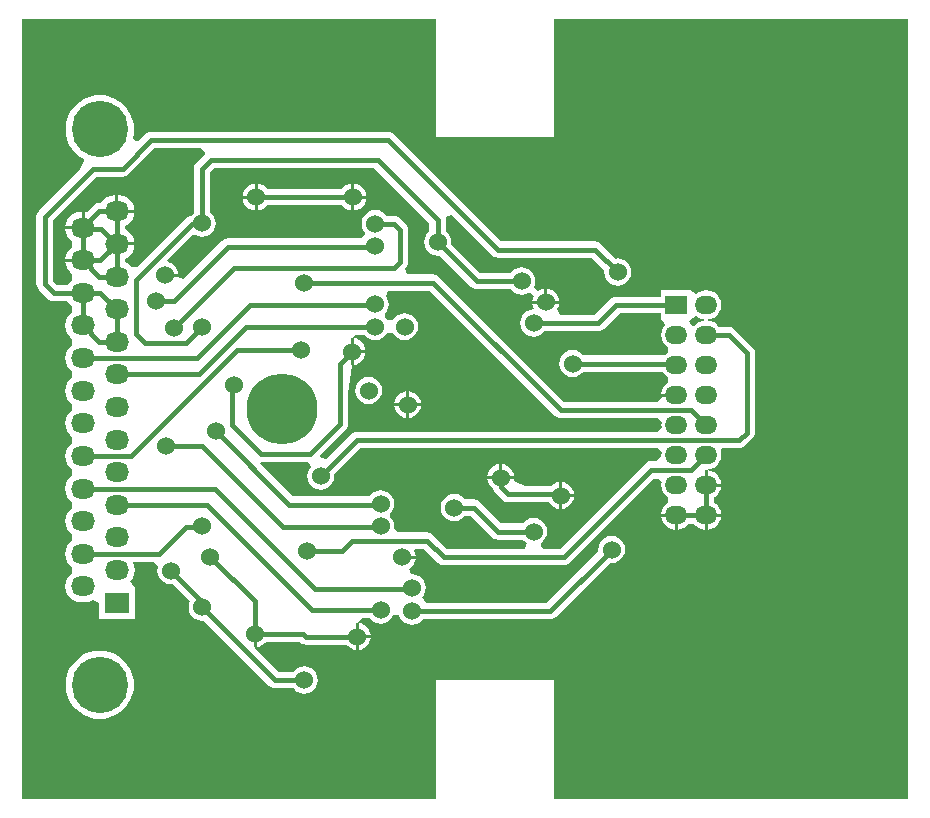
<source format=gbl>
%FSLAX44Y44*%
%MOMM*%
G71*
G01*
G75*
G04 Layer_Physical_Order=2*
G04 Layer_Color=16711680*
%ADD10R,1.5000X1.3000*%
%ADD11R,1.3000X1.5000*%
%ADD12R,1.4300X0.5512*%
%ADD13R,2.4000X3.3000*%
%ADD14R,2.4000X1.0000*%
%ADD15C,0.3810*%
%ADD16C,0.2540*%
%ADD17R,1.9050X1.5240*%
%ADD18O,1.9050X1.5240*%
%ADD19O,2.0320X1.6900*%
%ADD20R,2.0320X1.6900*%
%ADD21C,4.7600*%
%ADD22C,6.0000*%
%ADD23C,1.5240*%
G36*
X750000Y0D02*
X450000D01*
Y100000D01*
X350000D01*
Y0D01*
X0D01*
Y660000D01*
X350000D01*
Y660000D01*
Y560000D01*
X450000D01*
Y660000D01*
X750000D01*
Y0D01*
D02*
G37*
%LPC*%
G36*
X285140Y148441D02*
Y138430D01*
X295151D01*
X294928Y140123D01*
X293784Y142884D01*
X291965Y145255D01*
X289594Y147074D01*
X286833Y148218D01*
X285140Y148441D01*
D02*
G37*
G36*
X444500Y431651D02*
Y421640D01*
X454511D01*
X454288Y423333D01*
X453144Y426094D01*
X451325Y428465D01*
X448954Y430284D01*
X446193Y431428D01*
X444500Y431651D01*
D02*
G37*
G36*
X65790Y595619D02*
X61271Y595264D01*
X56863Y594205D01*
X52675Y592471D01*
X48809Y590102D01*
X45362Y587158D01*
X42418Y583711D01*
X40050Y579846D01*
X38315Y575657D01*
X37257Y571250D01*
X36901Y566730D01*
X37257Y562211D01*
X38315Y557803D01*
X40050Y553615D01*
X42418Y549750D01*
X45362Y546303D01*
X48809Y543358D01*
X52125Y541327D01*
X52278Y540033D01*
X49312Y532871D01*
X14125Y497685D01*
X13018Y496242D01*
X12323Y494563D01*
X12085Y492760D01*
Y435610D01*
X12085Y435610D01*
X12085D01*
X12323Y433807D01*
X13018Y432128D01*
X14125Y430685D01*
X21630Y423181D01*
X23073Y422074D01*
X24752Y421378D01*
X26555Y421141D01*
X38271D01*
X40287Y418512D01*
X42467Y416840D01*
Y411760D01*
X40287Y410088D01*
X38131Y407278D01*
X36776Y404006D01*
X36314Y400495D01*
X36776Y396984D01*
X38131Y393712D01*
X40287Y390902D01*
X42467Y389230D01*
Y384150D01*
X40287Y382478D01*
X38131Y379668D01*
X36776Y376396D01*
X36314Y372885D01*
X36776Y369374D01*
X38131Y366102D01*
X40287Y363292D01*
X42467Y361620D01*
Y356540D01*
X40287Y354868D01*
X38131Y352058D01*
X36776Y348786D01*
X36314Y345275D01*
X36776Y341764D01*
X38131Y338492D01*
X40287Y335683D01*
X42467Y334010D01*
Y328930D01*
X40287Y327258D01*
X38131Y324448D01*
X36776Y321176D01*
X36314Y317665D01*
X36776Y314154D01*
X38131Y310882D01*
X40287Y308072D01*
X42467Y306400D01*
Y301320D01*
X40287Y299648D01*
X38131Y296838D01*
X36776Y293566D01*
X36314Y290055D01*
X36776Y286544D01*
X38131Y283272D01*
X40287Y280462D01*
X42467Y278790D01*
Y273710D01*
X40287Y272038D01*
X38131Y269228D01*
X36776Y265956D01*
X36314Y262445D01*
X36776Y258934D01*
X38131Y255662D01*
X40287Y252852D01*
X42467Y251180D01*
Y246100D01*
X40287Y244428D01*
X38131Y241618D01*
X36776Y238346D01*
X36314Y234835D01*
X36776Y231324D01*
X38131Y228052D01*
X40287Y225242D01*
X42467Y223570D01*
Y218490D01*
X40287Y216818D01*
X38131Y214008D01*
X36776Y210736D01*
X36314Y207225D01*
X36776Y203714D01*
X38131Y200442D01*
X40287Y197633D01*
X42467Y195960D01*
Y190880D01*
X40287Y189208D01*
X38131Y186398D01*
X36776Y183126D01*
X36314Y179615D01*
X36776Y176104D01*
X38131Y172832D01*
X40287Y170022D01*
X43097Y167866D01*
X46369Y166511D01*
X49880Y166049D01*
X53300D01*
X56811Y166511D01*
X60083Y167866D01*
X60274Y168013D01*
X64830Y165766D01*
Y152360D01*
X95150D01*
Y179260D01*
X95150D01*
X94743Y179330D01*
X91293Y183827D01*
X93449Y186637D01*
X94804Y189909D01*
X95266Y193420D01*
X94804Y196931D01*
X93449Y200203D01*
X93477Y200261D01*
X111864D01*
X114686Y196037D01*
X114672Y196003D01*
X114282Y193040D01*
X114672Y190077D01*
X115816Y187316D01*
X117635Y184945D01*
X120006Y183126D01*
X122767Y181982D01*
X125730Y181592D01*
X127143Y181778D01*
X142123Y166798D01*
X141342Y164913D01*
X140952Y161950D01*
X141342Y158987D01*
X142486Y156226D01*
X144305Y153855D01*
X146676Y152036D01*
X149437Y150892D01*
X152400Y150502D01*
X153813Y150688D01*
X209095Y95405D01*
X209095D01*
X209095Y95405D01*
X209095D01*
X209095Y95405D01*
Y95405D01*
X209095Y95405D01*
Y95405D01*
X210538Y94298D01*
X212218Y93603D01*
X214020Y93365D01*
X229798D01*
X230665Y92235D01*
X233036Y90416D01*
X235797Y89272D01*
X238760Y88882D01*
X241723Y89272D01*
X244484Y90416D01*
X246855Y92235D01*
X248674Y94606D01*
X249818Y97367D01*
X250208Y100330D01*
X249818Y103293D01*
X248674Y106054D01*
X246855Y108425D01*
X244484Y110244D01*
X241723Y111388D01*
X238760Y111778D01*
X235797Y111388D01*
X233036Y110244D01*
X230665Y108425D01*
X229798Y107295D01*
X216905D01*
X196961Y127239D01*
X197460Y128252D01*
X196190Y128419D01*
Y139703D01*
X198730D01*
Y128419D01*
X200423Y128642D01*
X203184Y129786D01*
X205555Y131605D01*
X206422Y132735D01*
X234605D01*
X235105Y132235D01*
X235105D01*
X235105Y132235D01*
X235105Y132235D01*
Y132235D01*
X236548Y131129D01*
X237735Y130637D01*
X238227Y130433D01*
X240030Y130195D01*
X274908D01*
X275775Y129065D01*
X278146Y127246D01*
X280907Y126102D01*
X282600Y125879D01*
Y137157D01*
Y148441D01*
X283870Y148608D01*
X283870D01*
Y148853D01*
X287462Y152445D01*
X294568D01*
X295435Y151315D01*
X297806Y149496D01*
X300567Y148352D01*
X303530Y147962D01*
X306493Y148352D01*
X309254Y149496D01*
X311625Y151315D01*
X313444Y153686D01*
X314036Y155115D01*
X316828Y155482D01*
X319268D01*
X320286Y153026D01*
X322105Y150655D01*
X324476Y148836D01*
X327237Y147692D01*
X330200Y147302D01*
X333163Y147692D01*
X335924Y148836D01*
X338295Y150655D01*
X339162Y151785D01*
X447040D01*
X448843Y152023D01*
X450522Y152718D01*
X451965Y153825D01*
X451965Y153825D01*
X451965Y153825D01*
X497697Y199558D01*
X499110Y199372D01*
X502073Y199762D01*
X504834Y200906D01*
X507205Y202725D01*
X509024Y205096D01*
X510168Y207857D01*
X510558Y210820D01*
X510168Y213783D01*
X509024Y216544D01*
X507205Y218915D01*
X504834Y220734D01*
X502073Y221878D01*
X499110Y222268D01*
X496147Y221878D01*
X493386Y220734D01*
X491015Y218915D01*
X489196Y216544D01*
X488052Y213783D01*
X487662Y210820D01*
X487848Y209407D01*
X444155Y165715D01*
X341825D01*
X338295Y170315D01*
X340114Y172686D01*
X341258Y175447D01*
X341648Y178410D01*
X341258Y181373D01*
X340114Y184134D01*
X338295Y186505D01*
X335924Y188324D01*
X333163Y189468D01*
X330200Y189858D01*
X329622Y189782D01*
X327644Y194556D01*
X330015Y196375D01*
X331834Y198746D01*
X332978Y201507D01*
X333201Y203200D01*
X321918D01*
Y205740D01*
X333201D01*
X332978Y207433D01*
X331834Y210194D01*
X332466Y211475D01*
X340015D01*
X351945Y199545D01*
X353388Y198438D01*
X354575Y197946D01*
X355067Y197743D01*
X356870Y197505D01*
X458470D01*
X460273Y197743D01*
X461952Y198438D01*
X463395Y199545D01*
X463395Y199545D01*
X463395Y199545D01*
X534392Y270542D01*
X539469Y270376D01*
X541464Y268101D01*
X541112Y265430D01*
X541542Y262167D01*
X542801Y259126D01*
X544805Y256515D01*
X546427Y255270D01*
Y250190D01*
X544805Y248945D01*
X542801Y246334D01*
X541542Y243293D01*
X541279Y241300D01*
X553722D01*
Y240033D01*
X554990D01*
Y227589D01*
X556983Y227852D01*
X560024Y229111D01*
X562635Y231115D01*
X563880Y232737D01*
X568960D01*
X570205Y231115D01*
X572816Y229111D01*
X575857Y227852D01*
X577850Y227589D01*
Y240033D01*
X579118D01*
Y241300D01*
X591561D01*
X591298Y243293D01*
X590039Y246334D01*
X588035Y248945D01*
X586085Y250442D01*
Y255018D01*
X588035Y256515D01*
X590039Y259126D01*
X591298Y262167D01*
X591561Y264160D01*
X579118D01*
Y265427D01*
X577850D01*
Y277871D01*
X577412Y277813D01*
X577706Y278408D01*
X579120Y278222D01*
X582383Y278652D01*
X585424Y279911D01*
X588035Y281915D01*
X590039Y284526D01*
X591298Y287567D01*
X591728Y290830D01*
X591298Y294093D01*
X592950Y296565D01*
X607060D01*
X608863Y296803D01*
X610542Y297498D01*
X611985Y298605D01*
X618335Y304955D01*
X619441Y306398D01*
X619934Y307585D01*
X620137Y308077D01*
X620375Y309880D01*
Y377190D01*
X620137Y378993D01*
X619441Y380672D01*
X618335Y382115D01*
X603095Y397355D01*
X601652Y398461D01*
X599973Y399157D01*
X598170Y399395D01*
X589532D01*
X588035Y401345D01*
X585424Y403349D01*
X582383Y404608D01*
X579120Y405038D01*
X575857Y404608D01*
X572816Y403349D01*
X570205Y401345D01*
X568960Y399723D01*
X567133D01*
X564886Y404279D01*
X565693Y405330D01*
X566220D01*
Y405857D01*
X567579Y406900D01*
X570776Y408477D01*
X572816Y406911D01*
X575857Y405652D01*
X579120Y405222D01*
X582383Y405652D01*
X585424Y406911D01*
X588035Y408915D01*
X590039Y411526D01*
X591298Y414567D01*
X591728Y417830D01*
X591298Y421093D01*
X590039Y424134D01*
X588035Y426745D01*
X585424Y428749D01*
X582383Y430008D01*
X579120Y430438D01*
X575857Y430008D01*
X572816Y428749D01*
X570776Y427183D01*
X567579Y428760D01*
X566220Y429803D01*
Y430330D01*
X541220D01*
Y424795D01*
X502920D01*
X501117Y424557D01*
X499438Y423862D01*
X497995Y422755D01*
X484795Y409555D01*
X454980D01*
X452733Y414111D01*
X453144Y414646D01*
X454288Y417407D01*
X454511Y419100D01*
X431949D01*
X432172Y417407D01*
Y417407D01*
X433316Y414646D01*
X430107Y413648D01*
X430107D01*
X430107Y413648D01*
X427346Y412504D01*
X424975Y410685D01*
X423156Y408314D01*
X422012Y405553D01*
X421622Y402590D01*
X422012Y399627D01*
X423156Y396866D01*
X424975Y394495D01*
X427346Y392676D01*
X430107Y391532D01*
X433070Y391142D01*
X436033Y391532D01*
X438794Y392676D01*
X441165Y394495D01*
X442032Y395625D01*
X487680D01*
X489483Y395863D01*
X491162Y396558D01*
X492605Y397665D01*
X492605Y397665D01*
X492605Y397665D01*
X505805Y410865D01*
X541220D01*
Y405330D01*
X541747D01*
X542790Y403971D01*
X544367Y400774D01*
X542801Y398734D01*
X541542Y395693D01*
X541112Y392430D01*
X541542Y389167D01*
X542801Y386126D01*
X544805Y383515D01*
X546427Y382270D01*
Y377190D01*
X544805Y375945D01*
X544283Y375265D01*
X475052D01*
X474185Y376395D01*
X471814Y378214D01*
X469053Y379358D01*
X466090Y379748D01*
X463127Y379358D01*
X460366Y378214D01*
X457995Y376395D01*
X456176Y374024D01*
X455032Y371263D01*
X454642Y368300D01*
X455032Y365337D01*
X456176Y362576D01*
X457995Y360205D01*
X460366Y358386D01*
X463127Y357242D01*
X466090Y356852D01*
X469053Y357242D01*
X471814Y358386D01*
X474185Y360205D01*
X475052Y361335D01*
X542549D01*
X542801Y360726D01*
X544805Y358115D01*
X546427Y356870D01*
Y351790D01*
X544805Y350545D01*
X542801Y347934D01*
X541542Y344893D01*
X541279Y342900D01*
X553722D01*
Y340360D01*
X541279D01*
X541364Y339714D01*
X538015Y335895D01*
X458815D01*
X352905Y441805D01*
X351462Y442911D01*
X349783Y443607D01*
X347980Y443845D01*
X325711D01*
X323767Y448538D01*
X324965Y449735D01*
X326072Y451178D01*
X326767Y452857D01*
X327005Y454660D01*
Y481330D01*
X326767Y483133D01*
X326072Y484812D01*
X324965Y486255D01*
X319885Y491335D01*
X318442Y492441D01*
X316763Y493137D01*
X314960Y493375D01*
X308101D01*
X306935Y494895D01*
X304564Y496714D01*
X301803Y497858D01*
X298840Y498248D01*
X295877Y497858D01*
X293116Y496714D01*
X290745Y494895D01*
X288926Y492524D01*
X287782Y489763D01*
X287392Y486800D01*
X287782Y483837D01*
X288926Y481076D01*
X290610Y478881D01*
X290125Y477897D01*
X287384Y474325D01*
X173990D01*
X172187Y474087D01*
X170508Y473391D01*
X169065Y472285D01*
X136486Y439705D01*
X131930Y441952D01*
X131931Y441960D01*
X120647D01*
Y444500D01*
X131931D01*
X131708Y446193D01*
X130564Y448954D01*
X128745Y451325D01*
X126374Y453144D01*
X123613Y454288D01*
X123011Y456062D01*
X145193Y478244D01*
X146676Y477106D01*
X149437Y475962D01*
X152400Y475572D01*
X155363Y475962D01*
X158124Y477106D01*
X160495Y478925D01*
X162314Y481296D01*
X163458Y484057D01*
X163848Y487020D01*
X163458Y489983D01*
X162314Y492744D01*
X160495Y495115D01*
X159365Y495982D01*
Y530515D01*
X162905Y534055D01*
X298105D01*
X344825Y487335D01*
Y480132D01*
X343695Y479265D01*
X341876Y476894D01*
X340732Y474133D01*
X340342Y471170D01*
X340732Y468207D01*
X341876Y465446D01*
X343695Y463075D01*
X346066Y461256D01*
X348827Y460112D01*
X351790Y459722D01*
X353203Y459908D01*
X379885Y433225D01*
X379885D01*
X379885Y433225D01*
X379885Y433225D01*
Y433225D01*
X381328Y432118D01*
X383007Y431423D01*
X384810Y431185D01*
X413948D01*
X414815Y430055D01*
X417186Y428236D01*
X419947Y427092D01*
X422910Y426702D01*
X425873Y427092D01*
X428634Y428236D01*
X429012Y428526D01*
X433042Y425433D01*
X432172Y423333D01*
X431949Y421640D01*
X441960D01*
Y431651D01*
X440267Y431428D01*
X437506Y430284D01*
X437128Y429994D01*
X433098Y433087D01*
X433968Y435187D01*
X434358Y438150D01*
X433968Y441113D01*
X432824Y443874D01*
X431005Y446245D01*
X428634Y448064D01*
X425873Y449208D01*
X422910Y449598D01*
X419947Y449208D01*
X417186Y448064D01*
X414815Y446245D01*
X413948Y445115D01*
X387695D01*
X363052Y469757D01*
X363238Y471170D01*
X362848Y474133D01*
X361704Y476894D01*
X359885Y479265D01*
X358755Y480132D01*
Y490220D01*
X358517Y492023D01*
X363482Y494079D01*
X397665Y459895D01*
X397665Y459895D01*
X399108Y458788D01*
X400787Y458093D01*
X402590Y457855D01*
X402590Y457855D01*
X482255D01*
X492928Y447183D01*
X492742Y445770D01*
X493132Y442807D01*
X494276Y440046D01*
X496095Y437675D01*
X498466Y435856D01*
X501227Y434712D01*
X504190Y434322D01*
X507153Y434712D01*
X509914Y435856D01*
X512285Y437675D01*
X514104Y440046D01*
X515248Y442807D01*
X515638Y445770D01*
X515248Y448733D01*
X514104Y451494D01*
X512285Y453865D01*
X509914Y455684D01*
X507153Y456828D01*
X504190Y457218D01*
X502777Y457032D01*
X490065Y469745D01*
X488622Y470852D01*
X486943Y471547D01*
X485140Y471785D01*
X405475D01*
X314805Y562455D01*
X313362Y563562D01*
X311683Y564257D01*
X309880Y564495D01*
X109220D01*
X107417Y564257D01*
X105738Y563562D01*
X104295Y562455D01*
X97867Y556026D01*
X93434Y558508D01*
X94323Y562211D01*
X94679Y566730D01*
X94323Y571250D01*
X93265Y575657D01*
X91530Y579846D01*
X89162Y583711D01*
X86218Y587158D01*
X82771Y590102D01*
X78905Y592471D01*
X74717Y594205D01*
X70309Y595264D01*
X65790Y595619D01*
D02*
G37*
G36*
X580390Y277871D02*
Y266700D01*
X591561D01*
X591298Y268693D01*
X590039Y271734D01*
X588035Y274345D01*
X585424Y276349D01*
X582383Y277608D01*
X580390Y277871D01*
D02*
G37*
G36*
X552450Y238760D02*
X541279D01*
X541542Y236767D01*
X542801Y233726D01*
X544805Y231115D01*
X547416Y229111D01*
X550457Y227852D01*
X552450Y227589D01*
Y238760D01*
D02*
G37*
G36*
X591561D02*
X580390D01*
Y227589D01*
X582383Y227852D01*
X585424Y229111D01*
X588035Y231115D01*
X590039Y233726D01*
X591298Y236767D01*
X591561Y238760D01*
D02*
G37*
G36*
X295151Y135890D02*
X285140D01*
Y125879D01*
X286833Y126102D01*
X289594Y127246D01*
X291965Y129065D01*
X293784Y131436D01*
X294928Y134197D01*
X295151Y135890D01*
D02*
G37*
G36*
X196850Y520551D02*
X195157Y520328D01*
X192396Y519184D01*
X190025Y517365D01*
X188206Y514994D01*
X187062Y512233D01*
X186839Y510540D01*
X196850D01*
Y520551D01*
D02*
G37*
G36*
X65790Y125099D02*
X61271Y124743D01*
X56863Y123685D01*
X52675Y121950D01*
X48809Y119582D01*
X45362Y116638D01*
X42418Y113190D01*
X40050Y109325D01*
X38315Y105137D01*
X37257Y100729D01*
X36901Y96210D01*
X37257Y91691D01*
X38315Y87283D01*
X40050Y83095D01*
X42418Y79229D01*
X45362Y75782D01*
X48809Y72838D01*
X52675Y70470D01*
X56863Y68735D01*
X61271Y67677D01*
X65790Y67321D01*
X70309Y67677D01*
X74717Y68735D01*
X78905Y70470D01*
X82771Y72838D01*
X86218Y75782D01*
X89162Y79229D01*
X91530Y83095D01*
X93265Y87283D01*
X94323Y91691D01*
X94679Y96210D01*
X94323Y100729D01*
X93265Y105137D01*
X91530Y109325D01*
X89162Y113190D01*
X86218Y116638D01*
X82771Y119582D01*
X78905Y121950D01*
X74717Y123685D01*
X70309Y124743D01*
X65790Y125099D01*
D02*
G37*
G36*
X278790Y520551D02*
X277097Y520328D01*
X274336Y519184D01*
X271965Y517365D01*
X271098Y516235D01*
X207082D01*
X206215Y517365D01*
X203844Y519184D01*
X201083Y520328D01*
X199390Y520551D01*
Y509268D01*
Y497989D01*
X201083Y498212D01*
X203844Y499356D01*
X206215Y501175D01*
X207082Y502305D01*
X271098D01*
X271965Y501175D01*
X274336Y499356D01*
X277097Y498212D01*
X278790Y497989D01*
Y509268D01*
Y520551D01*
D02*
G37*
G36*
X281330D02*
Y510540D01*
X291341D01*
X291118Y512233D01*
X289974Y514994D01*
X288155Y517365D01*
X285784Y519184D01*
X283023Y520328D01*
X281330Y520551D01*
D02*
G37*
G36*
X196850Y508000D02*
X186839D01*
X187062Y506307D01*
X188206Y503546D01*
X190025Y501175D01*
X192396Y499356D01*
X195157Y498212D01*
X196850Y497989D01*
Y508000D01*
D02*
G37*
G36*
X291341D02*
X281330D01*
Y497989D01*
X283023Y498212D01*
X285784Y499356D01*
X288155Y501175D01*
X289974Y503546D01*
X291118Y506307D01*
X291341Y508000D01*
D02*
G37*
%LPD*%
G36*
X541364Y292746D02*
X541112Y290830D01*
X541265Y289669D01*
X537915Y285850D01*
X532885D01*
X531082Y285612D01*
X530590Y285408D01*
X529403Y284916D01*
X527960Y283810D01*
X455585Y211435D01*
X440745D01*
X439697Y213967D01*
X438923Y216245D01*
X441165Y217965D01*
X442984Y220336D01*
X444128Y223097D01*
X444518Y226060D01*
X444128Y229023D01*
X442984Y231784D01*
X441165Y234155D01*
X438794Y235974D01*
X436033Y237118D01*
X433070Y237508D01*
X430107Y237118D01*
X427346Y235974D01*
X424975Y234155D01*
X424108Y233025D01*
X405475D01*
X387195Y251305D01*
X385752Y252411D01*
X384073Y253107D01*
X382270Y253345D01*
X374722D01*
X373855Y254475D01*
X371484Y256294D01*
X368723Y257438D01*
X365760Y257828D01*
X362797Y257438D01*
X360036Y256294D01*
X357665Y254475D01*
X355846Y252104D01*
X354702Y249343D01*
X354312Y246380D01*
X354702Y243417D01*
X355846Y240656D01*
X357665Y238285D01*
X360036Y236466D01*
X362797Y235322D01*
X365760Y234932D01*
X368723Y235322D01*
X371484Y236466D01*
X373855Y238285D01*
X374402Y238998D01*
X379471Y239330D01*
X397665Y221135D01*
X399108Y220028D01*
X400787Y219333D01*
X402590Y219095D01*
X424108D01*
X424975Y217965D01*
X427217Y216245D01*
X426443Y213967D01*
X425395Y211435D01*
X359755D01*
X347825Y223365D01*
X346382Y224471D01*
X344703Y225167D01*
X342900Y225405D01*
X318155D01*
X314806Y229224D01*
X314978Y230530D01*
X314588Y233493D01*
X313444Y236254D01*
X311625Y238625D01*
Y241435D01*
X313444Y243806D01*
X314588Y246567D01*
X314978Y249530D01*
X314588Y252493D01*
X313444Y255254D01*
X311625Y257625D01*
X309254Y259444D01*
X306493Y260588D01*
X303530Y260978D01*
X300567Y260588D01*
X297806Y259444D01*
X295435Y257625D01*
X294100Y255885D01*
X228945D01*
X201670Y283160D01*
X201930Y285135D01*
X241573D01*
X242640Y283745D01*
X244201Y280579D01*
X242816Y278774D01*
X241672Y276013D01*
X241282Y273050D01*
X241672Y270087D01*
X242816Y267326D01*
X244635Y264955D01*
X247006Y263136D01*
X249767Y261992D01*
X252730Y261602D01*
X255693Y261992D01*
X258454Y263136D01*
X260825Y264955D01*
X262644Y267326D01*
X263788Y270087D01*
X264178Y273050D01*
X263992Y274463D01*
X286095Y296565D01*
X538015D01*
X541364Y292746D01*
D02*
G37*
G36*
X154872Y546235D02*
X155023Y545872D01*
X147475Y538325D01*
X146369Y536882D01*
X145673Y535203D01*
X145435Y533400D01*
Y495982D01*
X144305Y495115D01*
X142909Y493296D01*
X141707Y493137D01*
X140028Y492441D01*
X138585Y491335D01*
X97256Y450005D01*
X92187Y450338D01*
X91293Y451503D01*
X88483Y453659D01*
X86955Y454292D01*
Y457138D01*
X88483Y457771D01*
X91293Y459927D01*
X93449Y462737D01*
X94804Y466009D01*
X95099Y468250D01*
X79988D01*
Y470790D01*
X95099D01*
X94804Y473031D01*
X93449Y476303D01*
X91293Y479113D01*
X88483Y481268D01*
X86955Y481902D01*
Y484748D01*
X88483Y485382D01*
X91293Y487537D01*
X93449Y490347D01*
X94804Y493619D01*
X95099Y495860D01*
X79988D01*
Y497128D01*
X78720D01*
Y510696D01*
X78280D01*
X74769Y510234D01*
X71497Y508879D01*
X68688Y506723D01*
X66671Y504095D01*
X65330D01*
X65330Y504095D01*
X63528Y503857D01*
X61848Y503162D01*
X60406Y502055D01*
X55016Y496665D01*
X53300Y496891D01*
X52860D01*
Y483323D01*
X51592D01*
Y482055D01*
X36481D01*
X36776Y479814D01*
X38131Y476542D01*
X40287Y473733D01*
X42467Y472060D01*
Y466980D01*
X40287Y465308D01*
X38131Y462498D01*
X36776Y459226D01*
X36481Y456985D01*
X51592D01*
Y454445D01*
X36481D01*
X36776Y452204D01*
X38131Y448932D01*
X40287Y446122D01*
X42467Y444450D01*
Y439370D01*
X40287Y437698D01*
X38271Y435070D01*
X29440D01*
X26015Y438495D01*
Y489875D01*
X62575Y526435D01*
X85090D01*
X86893Y526673D01*
X88572Y527369D01*
X90015Y528475D01*
X112105Y550565D01*
X151550D01*
X154872Y546235D01*
D02*
G37*
G36*
X451005Y324005D02*
X451005D01*
X451005Y324005D01*
X451005Y324005D01*
Y324005D01*
X452448Y322898D01*
X454127Y322203D01*
X455930Y321965D01*
X538015D01*
X541364Y318146D01*
X541112Y316230D01*
X541364Y314314D01*
X538015Y310495D01*
X283210D01*
X281407Y310257D01*
X280915Y310054D01*
X279728Y309562D01*
X278285Y308455D01*
X256977Y287146D01*
X252166Y288779D01*
X251957Y290368D01*
X274165Y312575D01*
X275271Y314018D01*
X275967Y315697D01*
X276205Y317500D01*
X276205Y317500D01*
Y342738D01*
X279400Y367012D01*
X278130Y367179D01*
Y378457D01*
Y389741D01*
X279400Y389908D01*
X279401Y389908D01*
X281968Y392475D01*
X289878D01*
X290745Y391345D01*
X293116Y389526D01*
X295877Y388382D01*
X298840Y387992D01*
X301803Y388382D01*
X304564Y389526D01*
X306935Y391345D01*
X308754Y393716D01*
X308805Y393839D01*
X313885D01*
X313936Y393716D01*
X315755Y391345D01*
X318126Y389526D01*
X320887Y388382D01*
X323850Y387992D01*
X326813Y388382D01*
X329574Y389526D01*
X331945Y391345D01*
X333764Y393716D01*
X334908Y396477D01*
X335298Y399440D01*
X334908Y402403D01*
X333764Y405164D01*
X331945Y407535D01*
X329574Y409354D01*
X326813Y410498D01*
X323850Y410888D01*
X320887Y410498D01*
X318126Y409354D01*
X315755Y407535D01*
X313936Y405164D01*
X313885Y405041D01*
X308805D01*
X308754Y405164D01*
X306935Y407535D01*
Y410345D01*
X308754Y412716D01*
X309898Y415477D01*
X310288Y418440D01*
X309898Y421403D01*
X308754Y424164D01*
X307837Y425359D01*
X310084Y429915D01*
X345095D01*
X451005Y324005D01*
D02*
G37*
%LPC*%
G36*
X457200Y267821D02*
Y257810D01*
X467211D01*
X466988Y259503D01*
X465844Y262264D01*
X464025Y264635D01*
X461654Y266454D01*
X458893Y267598D01*
X457200Y267821D01*
D02*
G37*
G36*
X416411Y270510D02*
X393849D01*
X394072Y268817D01*
X395216Y266056D01*
X397035Y263685D01*
X398362Y262667D01*
X398403Y262357D01*
X399099Y260678D01*
X400205Y259235D01*
X406555Y252885D01*
X406555D01*
X406555Y252885D01*
X406555Y252885D01*
Y252885D01*
X407998Y251779D01*
X409185Y251287D01*
X409677Y251083D01*
X411480Y250845D01*
X446004D01*
X446016Y250816D01*
X447835Y248445D01*
X450206Y246626D01*
X452967Y245482D01*
X454660Y245259D01*
Y256537D01*
Y267821D01*
X452967Y267598D01*
X450206Y266454D01*
X448017Y264775D01*
X425947D01*
X416188Y268817D01*
X416411Y270510D01*
D02*
G37*
G36*
X467211Y255270D02*
X457200D01*
Y245259D01*
X458893Y245482D01*
X461654Y246626D01*
X464025Y248445D01*
X465844Y250816D01*
X466988Y253577D01*
X467211Y255270D01*
D02*
G37*
G36*
X403860Y283061D02*
X402167Y282838D01*
X399406Y281694D01*
X397035Y279875D01*
X395216Y277504D01*
X394072Y274743D01*
X393849Y273050D01*
X403860D01*
Y283061D01*
D02*
G37*
G36*
X290681Y377190D02*
X280670D01*
Y367179D01*
X282363Y367402D01*
X285124Y368546D01*
X287495Y370365D01*
X289314Y372736D01*
X290458Y375497D01*
X290681Y377190D01*
D02*
G37*
G36*
X327660Y344681D02*
Y334670D01*
X337671D01*
X337448Y336363D01*
X336304Y339124D01*
X334485Y341495D01*
X332114Y343314D01*
X329353Y344458D01*
X327660Y344681D01*
D02*
G37*
G36*
X280670Y389741D02*
Y379730D01*
X290681D01*
X290458Y381423D01*
X289314Y384184D01*
X287495Y386555D01*
X285124Y388374D01*
X282363Y389518D01*
X280670Y389741D01*
D02*
G37*
G36*
X81700Y510696D02*
X81260D01*
Y498400D01*
X95099D01*
X94804Y500641D01*
X93449Y503913D01*
X91293Y506723D01*
X88483Y508879D01*
X85211Y510234D01*
X81700Y510696D01*
D02*
G37*
G36*
X50320Y496891D02*
X49880D01*
X46369Y496429D01*
X43097Y495074D01*
X40287Y492918D01*
X38131Y490108D01*
X36776Y486836D01*
X36481Y484595D01*
X50320D01*
Y496891D01*
D02*
G37*
G36*
X325120Y332130D02*
X315109D01*
X315332Y330437D01*
X316476Y327676D01*
X318295Y325305D01*
X320666Y323486D01*
X323427Y322342D01*
X325120Y322119D01*
Y332130D01*
D02*
G37*
G36*
X406400Y283061D02*
Y273050D01*
X416411D01*
X416188Y274743D01*
X415044Y277504D01*
X413225Y279875D01*
X410854Y281694D01*
X408093Y282838D01*
X406400Y283061D01*
D02*
G37*
G36*
X337671Y332130D02*
X327660D01*
Y322119D01*
X329353Y322342D01*
X332114Y323486D01*
X334485Y325305D01*
X336304Y327676D01*
X337448Y330437D01*
X337671Y332130D01*
D02*
G37*
G36*
X325120Y344681D02*
X323427Y344458D01*
X320666Y343314D01*
X318295Y341495D01*
X316476Y339124D01*
X315332Y336363D01*
X315109Y334670D01*
X325120D01*
Y344681D01*
D02*
G37*
G36*
X293370Y356888D02*
X290407Y356498D01*
X287646Y355354D01*
X285275Y353535D01*
X283456Y351164D01*
X282312Y348403D01*
X281922Y345440D01*
X282312Y342477D01*
X283456Y339716D01*
X285275Y337345D01*
X287646Y335526D01*
X290407Y334382D01*
X293370Y333992D01*
X296333Y334382D01*
X299094Y335526D01*
X301465Y337345D01*
X303284Y339716D01*
X304428Y342477D01*
X304818Y345440D01*
X304428Y348403D01*
X303284Y351164D01*
X301465Y353535D01*
X299094Y355354D01*
X296333Y356498D01*
X293370Y356888D01*
D02*
G37*
%LPD*%
D15*
X138430Y229870D02*
X152400D01*
X115785Y207225D02*
X138430Y229870D01*
X51590Y207225D02*
X115785D01*
X196850Y140310D02*
X197460Y139700D01*
X196850Y140310D02*
Y167030D01*
X159412Y204468D02*
X196850Y167030D01*
X51590Y262445D02*
X106235D01*
X163005D02*
X247650Y177800D01*
X330200D01*
X106235Y262445D02*
X163005D01*
X79990Y248640D02*
X156490D01*
X245720Y159410D01*
X303530D01*
X220980Y229870D02*
X303530D01*
X128270Y398780D02*
X179070Y449580D01*
X51590Y290055D02*
X91935D01*
X181610Y379730D01*
X236220D01*
X65330Y497130D02*
X79990D01*
X66910Y482600D02*
X79990Y469520D01*
X66185Y455715D02*
X79990Y469520D01*
X51590Y455715D02*
X66185D01*
X50800Y482600D02*
X51590D01*
X66910D01*
X50800D02*
X65330Y497130D01*
X51590Y455715D02*
Y482600D01*
Y483325D01*
Y400495D02*
X65395Y386690D01*
X79990D01*
Y414300D01*
X51590Y400495D02*
Y427990D01*
Y428105D01*
X433070Y402590D02*
X487680D01*
X502920Y417830D01*
X553720D01*
Y240030D02*
X579120D01*
Y265430D01*
X566420Y328930D02*
X579120Y316230D01*
X552450Y368300D02*
X553720Y367030D01*
X466090Y368300D02*
X552450D01*
X447040Y158750D02*
X499110Y210820D01*
X330200Y158750D02*
X447040D01*
X152400Y161950D02*
X214020Y100330D01*
X238760D01*
X125730Y193040D02*
X152400Y166370D01*
Y161950D02*
Y166370D01*
X79990Y359080D02*
X149530D01*
X51590Y372885D02*
X148095D01*
X193040Y417830D01*
X298450D01*
X314960Y449580D02*
X320040Y454660D01*
X298450Y486410D02*
X298840Y486800D01*
X298450Y486410D02*
X314960D01*
X320040Y454660D02*
Y481330D01*
X314960Y486410D02*
X320040Y481330D01*
X455930Y328930D02*
X566420D01*
X384810Y438150D02*
X422910D01*
X351790Y471170D02*
X384810Y438150D01*
X454660Y257810D02*
X455930Y256540D01*
X411480Y257810D02*
X454660D01*
X405130Y264160D02*
X411480Y257810D01*
X607060Y303530D02*
X613410Y309880D01*
Y377190D01*
X598170Y392430D02*
X613410Y377190D01*
X579120Y392430D02*
X598170D01*
X252730Y273050D02*
X283210Y303530D01*
X607060D01*
X405130Y264160D02*
Y271780D01*
X365760Y246380D02*
X382270D01*
X402590Y226060D01*
X433070D01*
X121920Y298450D02*
X152400D01*
X220980Y229870D01*
X226060Y248920D02*
X303530D01*
X163830Y311150D02*
X226060Y248920D01*
X50800Y427990D02*
X51590D01*
X179070Y449580D02*
X314960D01*
X173990Y467360D02*
X299720D01*
X238760Y436880D02*
X347980D01*
X455930Y328930D01*
X149530Y359080D02*
X189890Y399440D01*
X298840D01*
X26555Y428105D02*
X51590D01*
X19050Y435610D02*
X26555Y428105D01*
X19050Y435610D02*
Y492760D01*
X59690Y533400D01*
X309880Y557530D02*
X402590Y464820D01*
X485140D01*
X504190Y445770D01*
X59690Y533400D02*
X85090D01*
X109220Y557530D01*
X309880D01*
X152400Y487020D02*
Y533400D01*
X160020Y541020D01*
X300990D01*
X351790Y490220D01*
Y471170D02*
Y490220D01*
X198120Y509270D02*
X280060D01*
X269240Y368300D02*
X279400Y378460D01*
X269240Y317500D02*
Y368300D01*
X243840Y292100D02*
X269240Y317500D01*
X201930Y292100D02*
X243840D01*
X177800Y316230D02*
X201930Y292100D01*
X177800Y316230D02*
Y349250D01*
X179070Y350520D01*
X197460Y139700D02*
X237490D01*
X240030Y137160D01*
X283870D01*
X151890Y486410D02*
X152400Y486920D01*
Y487020D01*
X139040Y386080D02*
X152400Y399440D01*
X104140Y386080D02*
X139040D01*
X143510Y486410D02*
X151890D01*
X79990Y441910D02*
Y497130D01*
X51590Y427990D02*
X66301D01*
X79990Y414300D01*
X51590Y455715D02*
X65395Y441910D01*
X79990D01*
X96520Y439420D02*
X143510Y486410D01*
X96520Y393700D02*
X104140Y386080D01*
X96520Y393700D02*
Y439420D01*
X113030Y421640D02*
X128270D01*
X173990Y467360D01*
X241300Y209550D02*
X270510D01*
X279400Y218440D01*
X342900D01*
X356870Y204470D01*
X458470D01*
X532130Y278130D01*
X566420D01*
X579120Y290830D01*
D17*
X553720Y417830D02*
D03*
D18*
X579120D02*
D03*
X553720Y392430D02*
D03*
X579120D02*
D03*
X553720Y367030D02*
D03*
X579120D02*
D03*
X553720Y341630D02*
D03*
X579120D02*
D03*
X553720Y316230D02*
D03*
X579120D02*
D03*
X553720Y290830D02*
D03*
X579120D02*
D03*
X553720Y265430D02*
D03*
X579120D02*
D03*
X553720Y240030D02*
D03*
X579120D02*
D03*
D19*
X79990Y497130D02*
D03*
X51590Y483325D02*
D03*
X79990Y469520D02*
D03*
X51590Y455715D02*
D03*
X79990Y441910D02*
D03*
X51590Y428105D02*
D03*
X79990Y414300D02*
D03*
X51590Y400495D02*
D03*
X79990Y386690D02*
D03*
X51590Y372885D02*
D03*
X79990Y359080D02*
D03*
X51590Y345275D02*
D03*
X79990Y331470D02*
D03*
X51590Y317665D02*
D03*
X79990Y303860D02*
D03*
X51590Y290055D02*
D03*
X79990Y276250D02*
D03*
X51590Y262445D02*
D03*
X79990Y248640D02*
D03*
X51590Y234835D02*
D03*
X79990Y221030D02*
D03*
X51590Y207225D02*
D03*
X79990Y193420D02*
D03*
X51590Y179615D02*
D03*
D20*
X79990Y165810D02*
D03*
D21*
X65790Y96210D02*
D03*
Y566730D02*
D03*
D22*
X220000Y330000D02*
D03*
D23*
X326390Y333400D02*
D03*
X321920Y204470D02*
D03*
X330200Y178410D02*
D03*
X303530Y159410D02*
D03*
X121920Y298450D02*
D03*
X303530Y230530D02*
D03*
X163830Y311150D02*
D03*
X303530Y249530D02*
D03*
X152400Y230530D02*
D03*
X298840Y418440D02*
D03*
X128270Y398780D02*
D03*
X236220Y379730D02*
D03*
X241300Y209550D02*
D03*
X252730Y273050D02*
D03*
X433070Y402590D02*
D03*
X466090Y368300D02*
D03*
X365760Y246380D02*
D03*
X433070Y226060D02*
D03*
X499110Y210820D02*
D03*
X330200Y158750D02*
D03*
X152400Y161950D02*
D03*
X238760Y100330D02*
D03*
X125730Y193040D02*
D03*
X323850Y399440D02*
D03*
X152400D02*
D03*
Y487020D02*
D03*
X351790Y471170D02*
D03*
X422910Y438150D02*
D03*
X159412Y204468D02*
D03*
X455930Y256540D02*
D03*
X405130Y271780D02*
D03*
X504190Y445770D02*
D03*
X293370Y345440D02*
D03*
X298840Y468020D02*
D03*
Y486800D02*
D03*
Y399440D02*
D03*
X238760Y436880D02*
D03*
X279400Y378460D02*
D03*
X443230Y420370D02*
D03*
X198120Y509270D02*
D03*
X280060D02*
D03*
X179070Y350520D02*
D03*
X197460Y139700D02*
D03*
X283870Y137160D02*
D03*
X120650Y443230D02*
D03*
X113030Y421640D02*
D03*
M02*

</source>
